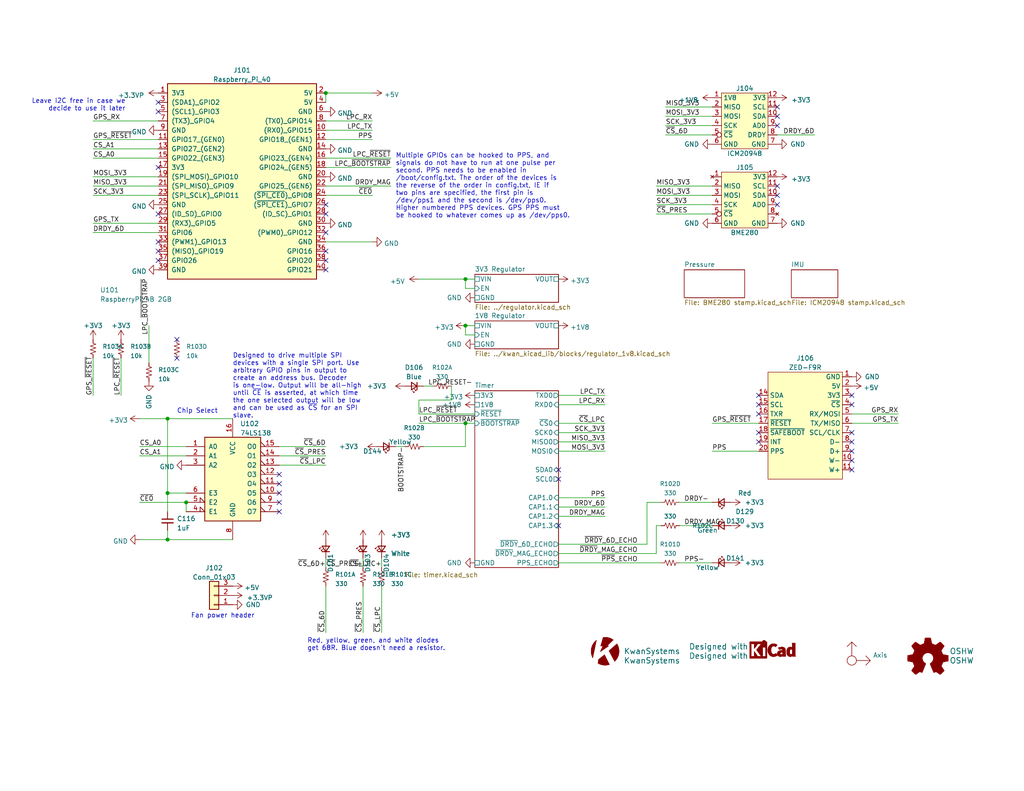
<source format=kicad_sch>
(kicad_sch (version 20230121) (generator eeschema)
  (paper "USLetter")
  (title_block (title "Shipometer") (date "2023-03-24") (company "Kwan Systems"))
  (lib_symbols
    (symbol "+3V3_1" (power) (pin_names (offset 0))
      (property "Value" "+3V3_1" (at 0 3.556 0))
      (symbol "+3V3_1_1_1"
        (pin power_in line (at 0 0 90) (length 0) hide (name "+3V3") (number "1"))
      )
    )
    (symbol "74xx:74LS138" (pin_names (offset 1.016))
      (property "Reference" "U" (at -7.62 11.43 0))
      (property "Value" "74LS138" (at -7.62 -13.97 0))
      (symbol "74LS138_1_0"
        (pin input line (at -12.7 7.62 0) (length 5.08) (name "A0") (number "1"))
        (pin output output_low (at 12.7 -5.08 180) (length 5.08) (name "O5") (number "10"))
        (pin output output_low (at 12.7 -2.54 180) (length 5.08) (name "O4") (number "11"))
        (pin output output_low (at 12.7 0 180) (length 5.08) (name "O3") (number "12"))
        (pin output output_low (at 12.7 2.54 180) (length 5.08) (name "O2") (number "13"))
        (pin output output_low (at 12.7 5.08 180) (length 5.08) (name "O1") (number "14"))
        (pin output output_low (at 12.7 7.62 180) (length 5.08) (name "O0") (number "15"))
        (pin power_in line (at 0 15.24 270) (length 5.08) (name "VCC") (number "16"))
        (pin input line (at -12.7 5.08 0) (length 5.08) (name "A1") (number "2"))
        (pin input line (at -12.7 2.54 0) (length 5.08) (name "A2") (number "3"))
        (pin input input_low (at -12.7 -10.16 0) (length 5.08) (name "E1") (number "4"))
        (pin input input_low (at -12.7 -7.62 0) (length 5.08) (name "E2") (number "5"))
        (pin input line (at -12.7 -5.08 0) (length 5.08) (name "E3") (number "6"))
        (pin output output_low (at 12.7 -10.16 180) (length 5.08) (name "O7") (number "7"))
        (pin power_in line (at 0 -17.78 90) (length 5.08) (name "GND") (number "8"))
        (pin output output_low (at 12.7 -7.62 180) (length 5.08) (name "O6") (number "9"))
      )
    )
    (symbol "Connector_Generic:Conn_01x03" (pin_names (offset 1.016) hide)
      (property "Reference" "J" (at 0 5.08 0))
      (property "Value" "Conn_01x03" (at 0 -5.08 0))
      (symbol "Conn_01x03_1_1"
        (pin passive line (at -5.08 2.54 0) (length 3.81) (name "Pin_1") (number "1"))
        (pin passive line (at -5.08 0 0) (length 3.81) (name "Pin_2") (number "2"))
        (pin passive line (at -5.08 -2.54 0) (length 3.81) (name "Pin_3") (number "3"))
      )
    )
    (symbol "Device:C_Small" (pin_numbers hide) (pin_names (offset 0.254) hide)
      (property "Reference" "C" (at 0.254 1.778 0))
      (property "Value" "C_Small" (at 0.254 -2.032 0))
      (symbol "C_Small_1_1"
        (pin passive line (at 0 2.54 270) (length 2.032) (name "~") (number "1"))
        (pin passive line (at 0 -2.54 90) (length 2.032) (name "~") (number "2"))
      )
    )
    (symbol "Device:LED_Small" (pin_numbers hide) (pin_names (offset 0.254) hide)
      (property "Reference" "D" (at -1.27 3.175 0))
      (property "Value" "LED_Small" (at -4.445 -2.54 0))
      (symbol "LED_Small_1_1"
        (pin passive line (at -2.54 0 0) (length 1.778) (name "K") (number "1"))
        (pin passive line (at 2.54 0 180) (length 1.778) (name "A") (number "2"))
      )
    )
    (symbol "KwanSystems:Axis" (in_bom no)
      (property "Value" "Axis" (at 0 -2.54 0))
    )
    (symbol "KwanSystems:DesignedWithKicad" (pin_names (offset 1.016)) (in_bom no)
      (property "Value" "DesignedWithKicad" (at 3.81 -2.54 0))
    )
    (symbol "KwanSystems:KwanSystems" (pin_names (offset 1.016)) (in_bom no)
      (property "Value" "KwanSystems" (at 0 -5.08 0))
    )
    (symbol "KwanSystems:OSHW" (pin_names (offset 1.016)) (in_bom no)
      (property "Value" "OSHW" (at 10.16 1.27 0))
    )
    (symbol "KwanSystems:RP4" (pin_numbers hide) (pin_names (offset 0) hide)
      (property "Reference" "R" (at -1.27 1.27 0))
      (property "Value" "RP4" (at -1.27 -2.54 0))
      (symbol "RP4_1_1"
        (pin passive line (at -2.54 0 0) (length 0.9906) (name "4") (number "1"))
        (pin passive line (at 2.54 0 180) (length 0.9906) (name "5") (number "8"))
      )
      (symbol "RP4_2_1"
        (pin passive line (at -2.54 0 0) (length 0.9906) (name "4") (number "2"))
        (pin passive line (at 2.54 0 180) (length 0.9906) (name "5") (number "7"))
      )
      (symbol "RP4_3_1"
        (pin passive line (at -2.54 0 0) (length 0.9906) (name "4") (number "3"))
        (pin passive line (at 2.54 0 180) (length 0.9906) (name "5") (number "6"))
      )
      (symbol "RP4_4_1"
        (pin passive line (at -2.54 0 0) (length 0.9906) (name "4") (number "4"))
        (pin passive line (at 2.54 0 180) (length 0.9906) (name "5") (number "5"))
      )
    )
    (symbol "KwanSystems:Raspberry_Pi_40" (pin_names (offset 1.016))
      (property "Reference" "J" (at 25.4 -27.94 0))
      (property "Value" "Raspberry_Pi_40" (at -12.7 33.02 0))
      (symbol "Raspberry_Pi_40_1_1"
        (pin power_out line (at -22.86 27.94 0) (length 2.54) (name "3V3") (number "1"))
        (pin bidirectional line (at 22.86 17.78 180) (length 2.54) (name "(RX0)_GPIO15") (number "10"))
        (pin bidirectional line (at -22.86 15.24 0) (length 2.54) (name "GPIO17_(GEN0)") (number "11"))
        (pin bidirectional line (at 22.86 15.24 180) (length 2.54) (name "GPIO18_(GEN1)") (number "12"))
        (pin bidirectional line (at -22.86 12.7 0) (length 2.54) (name "GPIO27_(GEN2)") (number "13"))
        (pin passive line (at 22.86 12.7 180) (length 2.54) (name "GND") (number "14"))
        (pin bidirectional line (at -22.86 10.16 0) (length 2.54) (name "GPIO22_(GEN3)") (number "15"))
        (pin bidirectional line (at 22.86 10.16 180) (length 2.54) (name "GPIO23_(GEN4)") (number "16"))
        (pin power_out line (at -22.86 7.62 0) (length 2.54) (name "3V3") (number "17"))
        (pin bidirectional line (at 22.86 7.62 180) (length 2.54) (name "GPIO24_(GEN5)") (number "18"))
        (pin bidirectional line (at -22.86 5.08 0) (length 2.54) (name "(SPI_MOSI)_GPIO10") (number "19"))
        (pin passive line (at 22.86 27.94 180) (length 2.54) (name "5V") (number "2"))
        (pin passive line (at 22.86 5.08 180) (length 2.54) (name "GND") (number "20"))
        (pin bidirectional line (at -22.86 2.54 0) (length 2.54) (name "(SPI_MISO)_GPIO9") (number "21"))
        (pin bidirectional line (at 22.86 2.54 180) (length 2.54) (name "GPIO25_(GEN6)") (number "22"))
        (pin bidirectional line (at -22.86 0 0) (length 2.54) (name "(SPI_SCLK)_GPIO11") (number "23"))
        (pin bidirectional line (at 22.86 0 180) (length 2.54) (name "(~{SPI_CE0})_GPIO8") (number "24"))
        (pin passive line (at -22.86 -2.54 0) (length 2.54) (name "GND") (number "25"))
        (pin bidirectional line (at 22.86 -2.54 180) (length 2.54) (name "(~{SPI_CE1})_GPIO7") (number "26"))
        (pin bidirectional line (at -22.86 -5.08 0) (length 2.54) (name "(ID_SD)_GPIO0") (number "27"))
        (pin bidirectional line (at 22.86 -5.08 180) (length 2.54) (name "(ID_SC)_GPIO1") (number "28"))
        (pin bidirectional line (at -22.86 -7.62 0) (length 2.54) (name "(RX3)_GPIO5") (number "29"))
        (pin bidirectional line (at -22.86 25.4 0) (length 2.54) (name "(SDA1)_GPIO2") (number "3"))
        (pin passive line (at 22.86 -7.62 180) (length 2.54) (name "GND") (number "30"))
        (pin bidirectional line (at -22.86 -10.16 0) (length 2.54) (name "GPIO6") (number "31"))
        (pin bidirectional line (at 22.86 -10.16 180) (length 2.54) (name "(PWM0)_GPIO12") (number "32"))
        (pin bidirectional line (at -22.86 -12.7 0) (length 2.54) (name "(PWM1)_GPIO13") (number "33"))
        (pin passive line (at 22.86 -12.7 180) (length 2.54) (name "GND") (number "34"))
        (pin bidirectional line (at -22.86 -15.24 0) (length 2.54) (name "(MISO)_GPIO19") (number "35"))
        (pin bidirectional line (at 22.86 -15.24 180) (length 2.54) (name "GPIO16") (number "36"))
        (pin bidirectional line (at -22.86 -17.78 0) (length 2.54) (name "GPIO26") (number "37"))
        (pin bidirectional line (at 22.86 -17.78 180) (length 2.54) (name "GPIO20") (number "38"))
        (pin passive line (at -22.86 -20.32 0) (length 2.54) (name "GND") (number "39"))
        (pin passive line (at 22.86 25.4 180) (length 2.54) (name "5V") (number "4"))
        (pin bidirectional line (at 22.86 -20.32 180) (length 2.54) (name "GPIO21") (number "40"))
        (pin bidirectional line (at -22.86 22.86 0) (length 2.54) (name "(SCL1)_GPIO3") (number "5"))
        (pin passive line (at 22.86 22.86 180) (length 2.54) (name "GND") (number "6"))
        (pin bidirectional line (at -22.86 20.32 0) (length 2.54) (name "(TX3)_GPIO4") (number "7"))
        (pin bidirectional line (at 22.86 20.32 180) (length 2.54) (name "(TX0)_GPIO14") (number "8"))
        (pin passive line (at -22.86 17.78 0) (length 2.54) (name "GND") (number "9"))
      )
    )
    (symbol "KwanSystems:RaspberyPi_2+_Backplane" (pin_names (offset 1.016))
      (property "Reference" "J" (at 0 -2.54 0))
      (property "Value" "RaspberyPi_2+_Backplane" (at 0 0 0))
    )
    (symbol "KwanSystems:STAMP"
      (property "Reference" "J105" (at 0 8.89 0))
      (property "Value" "BME280" (at 0 -8.89 0))
      (symbol "STAMP_1_1"
        (pin no_connect line (at -8.89 6.35 0) (length 2.54) (name "") (number "1"))
        (pin open_collector line (at 8.89 1.27 180) (length 2.54) (name "SDA") (number "10"))
        (pin input line (at 8.89 3.81 180) (length 2.54) (name "SCL") (number "11"))
        (pin power_in line (at 8.89 6.35 180) (length 2.54) (name "3V3") (number "12"))
        (pin tri_state line (at -8.89 3.81 0) (length 2.54) (name "MISO") (number "2"))
        (pin input line (at -8.89 1.27 0) (length 2.54) (name "MOSI") (number "3"))
        (pin input line (at -8.89 -1.27 0) (length 2.54) (name "SCK") (number "4"))
        (pin input inverted (at -8.89 -3.81 0) (length 2.54) (name "~{CS}") (number "5"))
        (pin power_in line (at -8.89 -6.35 0) (length 2.54) (name "GND") (number "6"))
        (pin power_in line (at 8.89 -6.35 180) (length 2.54) (name "GND") (number "7"))
        (pin no_connect line (at 8.89 -3.81 180) (length 2.54) (name "") (number "8"))
        (pin input line (at 8.89 -1.27 180) (length 2.54) (name "AD0") (number "9"))
      )
    )
    (symbol "STAMP_1"
      (property "Reference" "J104" (at 0 8.89 0))
      (property "Value" "ICM20948" (at 0 -8.89 0))
      (symbol "STAMP_1_1_1"
        (pin power_in line (at -8.89 6.35 0) (length 2.54) (name "1V8") (number "1"))
        (pin open_collector line (at 8.89 1.27 180) (length 2.54) (name "SDA") (number "10"))
        (pin input line (at 8.89 3.81 180) (length 2.54) (name "SCL") (number "11"))
        (pin power_in line (at 8.89 6.35 180) (length 2.54) (name "3V3") (number "12"))
        (pin tri_state line (at -8.89 3.81 0) (length 2.54) (name "MISO") (number "2"))
        (pin input line (at -8.89 1.27 0) (length 2.54) (name "MOSI") (number "3"))
        (pin input line (at -8.89 -1.27 0) (length 2.54) (name "SCK") (number "4"))
        (pin input inverted (at -8.89 -3.81 0) (length 2.54) (name "~{CS}") (number "5"))
        (pin power_in line (at -8.89 -6.35 0) (length 2.54) (name "GND") (number "6"))
        (pin power_in line (at 8.89 -6.35 180) (length 2.54) (name "GND") (number "7"))
        (pin output line (at 8.89 -3.81 180) (length 2.54) (name "DRDY") (number "8"))
        (pin input line (at 8.89 -1.27 180) (length 2.54) (name "AD0") (number "9"))
      )
    )
    (symbol "Sparkfun_Breakout:ZED-F9R"
      (property "Reference" "U" (at 10.16 -16.51 0))
      (symbol "ZED-F9R_1_1"
        (pin power_in line (at 12.7 12.7 180) (length 2.54) (name "GND") (number "1"))
        (pin input line (at 12.7 -10.16 180) (length 2.54) (name "W-") (number "10"))
        (pin input line (at 12.7 -12.7 180) (length 2.54) (name "W+") (number "11"))
        (pin power_in line (at 12.7 12.7 180) (length 2.54) hide (name "GND") (number "12"))
        (pin power_in line (at 12.7 7.62 180) (length 2.54) hide (name "3V3") (number "13"))
        (pin bidirectional line (at -12.7 7.62 0) (length 2.54) (name "SDA") (number "14"))
        (pin input line (at -12.7 5.08 0) (length 2.54) (name "SCL") (number "15"))
        (pin output line (at -12.7 2.54 0) (length 2.54) (name "TXR") (number "16"))
        (pin input line (at -12.7 0 0) (length 2.54) (name "~{RESET}") (number "17"))
        (pin input line (at -12.7 -2.54 0) (length 2.54) (name "~{SAFEBOOT}") (number "18"))
        (pin input line (at -12.7 -5.08 0) (length 2.54) (name "INT") (number "19"))
        (pin power_in line (at 12.7 10.16 180) (length 2.54) (name "5V") (number "2"))
        (pin output line (at -12.7 -7.62 0) (length 2.54) (name "PPS") (number "20"))
        (pin power_in line (at 12.7 7.62 180) (length 2.54) (name "3V3") (number "3"))
        (pin input line (at 12.7 5.08 180) (length 2.54) (name "~{CS}") (number "4"))
        (pin input line (at 12.7 2.54 180) (length 2.54) (name "RX/MOSI") (number "5"))
        (pin output line (at 12.7 0 180) (length 2.54) (name "TX/MISO") (number "6"))
        (pin input line (at 12.7 -2.54 180) (length 2.54) (name "SCL/CLK") (number "7"))
        (pin input line (at 12.7 -5.08 180) (length 2.54) (name "D-") (number "8"))
        (pin input line (at 12.7 -7.62 180) (length 2.54) (name "D+") (number "9"))
      )
    )
    (symbol "power:+1V8" (power) (pin_names (offset 0))
      (property "Value" "+1V8" (at 0 3.556 0))
      (symbol "+1V8_1_1"
        (pin power_in line (at 0 0 90) (length 0) hide (name "+1V8") (number "1"))
      )
    )
    (symbol "power:+3.3VP" (power) (pin_names (offset 0))
      (property "Value" "+3.3VP" (at 0 2.54 0))
      (symbol "+3.3VP_0_0"
        (pin power_in line (at 0 0 90) (length 0) hide (name "+3.3VP") (number "1"))
      )
    )
    (symbol "power:+3V3" (power) (pin_names (offset 0))
      (property "Value" "+3V3" (at 0 3.556 0))
      (symbol "+3V3_1_1"
        (pin power_in line (at 0 0 90) (length 0) hide (name "+3V3") (number "1"))
      )
    )
    (symbol "power:+5V" (power) (pin_names (offset 0))
      (property "Value" "+5V" (at 0 3.556 0))
      (symbol "+5V_1_1"
        (pin power_in line (at 0 0 90) (length 0) hide (name "+5V") (number "1"))
      )
    )
    (symbol "power:GND" (power) (pin_names (offset 0))
      (property "Value" "GND" (at 0 -3.81 0))
      (symbol "GND_1_1"
        (pin power_in line (at 0 0 270) (length 0) hide (name "GND") (number "1"))
      )
    )
  )
  (junction (at 45.72 147.32))
  (junction (at 127 76.2))
  (junction (at 127 88.9))
  (junction (at 88.9 25.4))
  (junction (at 50.8 137.16))
  (junction (at 45.72 134.62))
  (junction (at 127 115.57))
  (junction (at 45.72 114.3))
  (no_connect (at 88.9 55.88))
  (no_connect (at 88.9 58.42))
  (no_connect (at 88.9 68.58))
  (no_connect (at 88.9 71.12))
  (no_connect (at 88.9 73.66))
  (no_connect (at 43.18 45.72))
  (no_connect (at 232.41 110.49))
  (no_connect (at 48.26 92.71))
  (no_connect (at 43.18 66.04))
  (no_connect (at 212.09 31.75))
  (no_connect (at 76.2 132.08))
  (no_connect (at 76.2 134.62))
  (no_connect (at 76.2 137.16))
  (no_connect (at 76.2 139.7))
  (no_connect (at 232.41 120.65))
  (no_connect (at 212.09 50.8))
  (no_connect (at 212.09 55.88))
  (no_connect (at 212.09 53.34))
  (no_connect (at 212.09 34.29))
  (no_connect (at 232.41 118.11))
  (no_connect (at 207.01 110.49))
  (no_connect (at 88.9 63.5))
  (no_connect (at 207.01 113.03))
  (no_connect (at 43.18 27.94))
  (no_connect (at 48.26 97.79))
  (no_connect (at 43.18 58.42))
  (no_connect (at 43.18 68.58))
  (no_connect (at 43.18 71.12))
  (no_connect (at 76.2 129.54))
  (no_connect (at 232.41 123.19))
  (no_connect (at 207.01 107.95))
  (no_connect (at 207.01 118.11))
  (no_connect (at 212.09 29.21))
  (no_connect (at 152.4 128.27))
  (no_connect (at 152.4 130.81))
  (no_connect (at 43.18 30.48))
  (no_connect (at 232.41 107.95))
  (no_connect (at 207.01 120.65))
  (no_connect (at 152.4 143.51))
  (no_connect (at 232.41 125.73))
  (no_connect (at 232.41 128.27))
  (wire (pts (xy 104.14 152.4) (xy 104.14 154.94)))
  (wire (pts (xy 38.1 124.46) (xy 50.8 124.46)))
  (wire (pts (xy 181.61 31.75) (xy 194.31 31.75)))
  (wire (pts (xy 232.41 113.03) (xy 245.11 113.03)))
  (wire (pts (xy 25.4 53.34) (xy 43.18 53.34)))
  (wire (pts (xy 99.06 152.4) (xy 99.06 154.94)))
  (wire (pts (xy 152.4 110.49) (xy 165.1 110.49)))
  (wire (pts (xy 185.42 137.16) (xy 194.31 137.16)))
  (wire (pts (xy 38.1 147.32) (xy 45.72 147.32)))
  (wire (pts (xy 152.4 151.13) (xy 179.07 151.13)))
  (wire (pts (xy 185.42 153.67) (xy 194.31 153.67)))
  (wire (pts (xy 88.9 53.34) (xy 101.6 53.34)))
  (wire (pts (xy 88.9 25.4) (xy 88.9 27.94)))
  (wire (pts (xy 115.57 121.92) (xy 127 121.92)))
  (wire (pts (xy 88.9 45.72) (xy 106.68 45.72)))
  (wire (pts (xy 45.72 134.62) (xy 45.72 139.7)))
  (wire (pts (xy 176.53 148.59) (xy 176.53 137.16)))
  (wire (pts (xy 123.19 105.41) (xy 123.19 109.22)))
  (wire (pts (xy 88.9 66.04) (xy 101.6 66.04)))
  (wire (pts (xy 179.07 58.42) (xy 194.31 58.42)))
  (wire (pts (xy 232.41 115.57) (xy 245.11 115.57)))
  (wire (pts (xy 50.8 137.16) (xy 50.8 139.7)))
  (wire (pts (xy 212.09 36.83) (xy 222.25 36.83)))
  (wire (pts (xy 127 88.9) (xy 129.54 88.9)))
  (wire (pts (xy 88.9 43.18) (xy 106.68 43.18)))
  (wire (pts (xy 181.61 34.29) (xy 194.31 34.29)))
  (wire (pts (xy 88.9 33.02) (xy 101.6 33.02)))
  (wire (pts (xy 99.06 160.02) (xy 99.06 172.72)))
  (wire (pts (xy 152.4 138.43) (xy 165.1 138.43)))
  (wire (pts (xy 179.07 53.34) (xy 194.31 53.34)))
  (wire (pts (xy 127 78.74) (xy 129.54 78.74)))
  (wire (pts (xy 25.4 63.5) (xy 43.18 63.5)))
  (wire (pts (xy 152.4 120.65) (xy 165.1 120.65)))
  (wire (pts (xy 194.31 115.57) (xy 207.01 115.57)))
  (wire (pts (xy 127 76.2) (xy 129.54 76.2)))
  (wire (pts (xy 38.1 137.16) (xy 50.8 137.16)))
  (wire (pts (xy 38.1 114.3) (xy 45.72 114.3)))
  (wire (pts (xy 45.72 134.62) (xy 50.8 134.62)))
  (wire (pts (xy 181.61 29.21) (xy 194.31 29.21)))
  (wire (pts (xy 152.4 135.89) (xy 165.1 135.89)))
  (wire (pts (xy 45.72 114.3) (xy 63.5 114.3)))
  (wire (pts (xy 127 121.92) (xy 127 115.57)))
  (wire (pts (xy 25.4 38.1) (xy 43.18 38.1)))
  (wire (pts (xy 25.4 33.02) (xy 43.18 33.02)))
  (wire (pts (xy 107.95 121.92) (xy 110.49 121.92)))
  (wire (pts (xy 114.3 109.22) (xy 123.19 109.22)))
  (wire (pts (xy 45.72 144.78) (xy 45.72 147.32)))
  (wire (pts (xy 45.72 114.3) (xy 45.72 134.62)))
  (wire (pts (xy 25.4 60.96) (xy 43.18 60.96)))
  (wire (pts (xy 25.4 43.18) (xy 43.18 43.18)))
  (wire (pts (xy 179.07 143.51) (xy 180.34 143.51)))
  (wire (pts (xy 88.9 35.56) (xy 101.6 35.56)))
  (wire (pts (xy 152.4 153.67) (xy 180.34 153.67)))
  (wire (pts (xy 127 88.9) (xy 127 91.44)))
  (wire (pts (xy 152.4 115.57) (xy 165.1 115.57)))
  (wire (pts (xy 88.9 152.4) (xy 88.9 154.94)))
  (wire (pts (xy 114.3 113.03) (xy 129.54 113.03)))
  (wire (pts (xy 152.4 148.59) (xy 176.53 148.59)))
  (wire (pts (xy 152.4 107.95) (xy 165.1 107.95)))
  (wire (pts (xy 185.42 143.51) (xy 194.31 143.51)))
  (wire (pts (xy 88.9 160.02) (xy 88.9 172.72)))
  (wire (pts (xy 194.31 123.19) (xy 207.01 123.19)))
  (wire (pts (xy 76.2 127) (xy 88.9 127)))
  (wire (pts (xy 152.4 118.11) (xy 165.1 118.11)))
  (wire (pts (xy 33.02 97.79) (xy 33.02 107.95)))
  (wire (pts (xy 114.3 115.57) (xy 127 115.57)))
  (wire (pts (xy 76.2 124.46) (xy 88.9 124.46)))
  (wire (pts (xy 114.3 109.22) (xy 114.3 113.03)))
  (wire (pts (xy 127 115.57) (xy 129.54 115.57)))
  (wire (pts (xy 25.4 97.79) (xy 25.4 107.95)))
  (wire (pts (xy 25.4 40.64) (xy 43.18 40.64)))
  (wire (pts (xy 181.61 36.83) (xy 194.31 36.83)))
  (wire (pts (xy 179.07 55.88) (xy 194.31 55.88)))
  (wire (pts (xy 114.3 76.2) (xy 127 76.2)))
  (wire (pts (xy 88.9 50.8) (xy 106.68 50.8)))
  (wire (pts (xy 179.07 151.13) (xy 179.07 143.51)))
  (wire (pts (xy 25.4 50.8) (xy 43.18 50.8)))
  (wire (pts (xy 176.53 137.16) (xy 180.34 137.16)))
  (wire (pts (xy 152.4 123.19) (xy 165.1 123.19)))
  (wire (pts (xy 127 76.2) (xy 127 78.74)))
  (wire (pts (xy 45.72 147.32) (xy 63.5 147.32)))
  (wire (pts (xy 25.4 48.26) (xy 43.18 48.26)))
  (wire (pts (xy 127 91.44) (xy 129.54 91.44)))
  (wire (pts (xy 152.4 140.97) (xy 165.1 140.97)))
  (wire (pts (xy 104.14 160.02) (xy 104.14 172.72)))
  (wire (pts (xy 40.64 88.9) (xy 40.64 99.06)))
  (wire (pts (xy 115.57 105.41) (xy 118.11 105.41)))
  (wire (pts (xy 76.2 121.92) (xy 88.9 121.92)))
  (wire (pts (xy 38.1 121.92) (xy 50.8 121.92)))
  (wire (pts (xy 88.9 25.4) (xy 101.6 25.4)))
  (wire (pts (xy 88.9 38.1) (xy 101.6 38.1)))
  (wire (pts (xy 179.07 50.8) (xy 194.31 50.8)))
  (text "Chip Select" (at 48.26 113.03 0) (effects (font (size 1.27 1.27)) (justify left bottom)))
  (text "Designed to drive multiple SPI\ndevices with a single SPI port. Use\narbitrary GPIO pins in output to\ncreate an address bus. Decoder\nis one-low. Output will be all-high\nuntil ~{CE} is asserted, at which time\nthe one selected output will be low\nand can be used as ~{CS} for an SPI\nslave." (at 63.5 114.3 0) (effects (font (size 1.27 1.27)) (justify left bottom)))
  (text "Fan power header" (at 52.07 168.91 0) (effects (font (size 1.27 1.27)) (justify left bottom)))
  (text "Multiple GPIOs can be hooked to PPS, and\nsignals do not have to run at one pulse per\nsecond. PPS needs to be enabled in\n/boot/config.txt. The order of the devices is\nthe reverse of the order in config.txt, IE if\ntwo pins are specified, the first pin is\n/dev/pps1 and the second is /dev/pps0.\nHigher numbered PPS devices. GPS PPS must\nbe hooked to whatever comes up as /dev/pps0." (at 107.95 59.69 0) (effects (font (size 1.27 1.27)) (justify left bottom)))
  (text "Leave I2C free in case we\ndecide to use it later" (at 34.29 30.48 0) (effects (font (size 1.27 1.27)) (justify right bottom)))
  (text "Red, yellow, green, and white diodes\nget 68R. Blue doesn't need a resistor." (at 83.82 177.8 0) (effects (font (size 1.27 1.27)) (justify left bottom)))
  (label "DRDY_6D" (at 222.25 36.83 180))
  (label "~{CE0}" (at 38.1 137.16 0))
  (label "LPC_~{BOOTSTRAP}" (at 114.3 115.57 0))
  (label "~{CS}_6D+" (at 88.9 154.94 180))
  (label "DRDY_MAG-" (at 186.69 143.51 0))
  (label "GPS_TX" (at 25.4 60.96 0))
  (label "GPS_~{RESET}" (at 194.31 115.57 0))
  (label "MOSI_3V3" (at 25.4 48.26 0))
  (label "~{CS}_PRES" (at 179.07 58.42 0))
  (label "CS_A1" (at 38.1 124.46 0))
  (label "~{CS}_6D" (at 88.9 172.72 90))
  (label "~{CS}_PRES" (at 99.06 172.72 90))
  (label "DRDY-" (at 186.69 137.16 0))
  (label "LPC_~{RESET}" (at 106.68 43.18 180))
  (label "MISO_3V3" (at 181.61 29.21 0))
  (label "PPS" (at 165.1 135.89 180))
  (label "DRDY_6D" (at 25.4 63.5 0))
  (label "~{CS}_LPC" (at 165.1 115.57 180))
  (label "~{PPS}_ECHO" (at 173.99 153.67 180))
  (label "GPS_~{RESET}" (at 25.4 107.95 90))
  (label "DRDY_MAG" (at 165.1 140.97 180))
  (label "LPC_RX" (at 165.1 110.49 180))
  (label "LPC_~{BOOTSTRAP}" (at 40.64 91.44 90))
  (label "SCK_3V3" (at 165.1 118.11 180))
  (label "LPC_RESET-" (at 116.84 105.41 0))
  (label "SCK_3V3" (at 179.07 55.88 0))
  (label "~{CS}_PRES" (at 88.9 124.46 180))
  (label "GPS_~{RESET}" (at 25.4 38.1 0))
  (label "MOSI_3V3" (at 165.1 123.19 180))
  (label "CS_A0" (at 38.1 121.92 0))
  (label "PPS" (at 194.31 123.19 0))
  (label "LPC_~{RESET}" (at 114.3 113.03 0))
  (label "LPC_~{BOOTSTRAP}" (at 106.68 45.72 180))
  (label "MOSI_3V3" (at 181.61 31.75 0))
  (label "PPS" (at 101.6 38.1 180))
  (label "MISO_3V3" (at 165.1 120.65 180))
  (label "GPS_TX" (at 245.11 115.57 180))
  (label "DRDY_6D" (at 165.1 138.43 180))
  (label "MOSI_3V3" (at 179.07 53.34 0))
  (label "LPC_TX" (at 101.6 35.56 180))
  (label "~{CS}_LPC" (at 88.9 127 180))
  (label "~{CS}_LPC+" (at 104.14 154.94 180))
  (label "~{CS}_LPC" (at 104.14 172.72 90))
  (label "GPS_RX" (at 25.4 33.02 0))
  (label "MISO_3V3" (at 179.07 50.8 0))
  (label "~{DRDY}_6D_ECHO" (at 173.99 148.59 180))
  (label "PPS-" (at 186.69 153.67 0))
  (label "~{CS}_6D" (at 88.9 121.92 180))
  (label "DRDY_MAG" (at 106.68 50.8 180))
  (label "CS_A1" (at 25.4 40.64 0))
  (label "MISO_3V3" (at 25.4 50.8 0))
  (label "~{CE0}" (at 101.6 53.34 180))
  (label "CS_A0" (at 25.4 43.18 0))
  (label "LPC_TX" (at 165.1 107.95 180))
  (label "SCK_3V3" (at 181.61 34.29 0))
  (label "~{CS}_6D" (at 181.61 36.83 0))
  (label "GPS_RX" (at 245.11 113.03 180))
  (label "~{CS}_PRES+" (at 99.06 154.94 180))
  (label "LPC_RX" (at 101.6 33.02 180))
  (label "BOOTSTRAP-" (at 110.49 121.92 270))
  (label "SCK_3V3" (at 25.4 53.34 0))
  (label "~{DRDY}_MAG_ECHO" (at 173.99 151.13 180))
  (label "LPC_~{RESET}" (at 33.02 107.95 90))
  (symbol (lib_id "power:+3.3VP") (at 43.18 25.4 90) (unit 1)
    (property "Reference" "#PWR03" (effects hide))
    (property "Value" "+3.3VP" (at 39.37 26.035 90) (effects (justify left)))
  )
  (symbol (lib_id "Device:LED_Small") (at 113.03 105.41 180) (unit 1)
    (property "Reference" "D106" (at 112.9665 100.33 0))
    (property "Value" "Blue" (at 112.9665 102.87 0))
    (property "Footprint" "LED_SMD:LED_0603_1608Metric" (effects hide))
    (property "Datasheet" "https://www.kingbrightusa.com/images/catalog/SPEC/APT1608VBC-D.pdf" (effects hide))
    (property "Digikey" "754-1789-1-ND" (effects hide))
    (property "Purpose" "Timer reset indicator" (effects hide))
    (property "Number on hand" "8" (effects hide))
    (property "Mouser" "604-APT1608VBC/D" (effects hide))
    (property "Part Number" "APT1608VBC/D" (effects hide))
  )
  (symbol (lib_id "power:GND") (at 101.6 66.04 90) (unit 1)
    (property "Reference" "#PWR0106" (effects hide))
    (property "Value" "GND" (at 104.775 66.4738 90) (effects (justify right)))
  )
  (symbol (lib_id "Device:C_Small") (at 45.72 142.24 0) (unit 1)
    (property "Reference" "C116" (at 48.26 141.6113 0) (effects (justify left)))
    (property "Value" "1uF" (at 48.26 144.1513 0) (effects (justify left)))
    (property "Footprint" "Capacitor_SMD:C_0603_1608Metric" (effects hide))
    (property "Datasheet" "https://connect.kemet.com:7667/gateway/IntelliData-ComponentDocumentation/1.0/download/datasheet/C0603C105K4PACTU" (effects hide))
    (property "Digikey" "399-C0603C105K4PAC7411CT-ND" (effects hide))
    (property "Mouser" "80-C0603C105K4PAC" (effects hide))
    (property "Number on hand" "12" (effects hide))
    (property "Part Number" "C0603C105K4PAC" (effects hide))
  )
  (symbol (lib_id "power:+3V3") (at 104.14 147.32 0) (unit 1)
    (property "Reference" "#PWR0125" (effects hide))
    (property "Value" "+3V3" (at 106.68 146.05 0) (effects (justify left)))
  )
  (symbol (lib_id "KwanSystems:DesignedWithKicad") (at 210.82 179.07 0) (unit 1) (in_bom no)
    (property "Reference" "G103" (effects hide))
    (property "Value" "Designed with" (at 187.96 179.07 0) (effects (font (size 1.524 1.524)) (justify left)))
    (property "Footprint" "KwanSystems:Symbol_KiCAD-Logo_CopperAndSilkScreenTop_small" (effects hide))
  )
  (symbol (lib_id "power:+3.3VP") (at 63.5 162.56 270) (unit 1)
    (property "Reference" "#PWR04" (effects hide))
    (property "Value" "+3.3VP" (at 67.31 163.195 90) (effects (justify left)))
  )
  (symbol (lib_id "Device:LED_Small") (at 99.06 149.86 90) (unit 1)
    (property "Reference" "D103" (at 100.33 151.13 0) (effects (justify right)))
    (property "Value" "White" (at 106.68 151.13 90) (effects (justify right)))
    (property "Footprint" "LED_SMD:LED_0603_1608Metric" (effects hide))
    (property "Datasheet" "https://www.vishay.com/docs/82435/vlmw1300.pdf" (effects hide))
    (property "Digikey" "VLMW1300-GS08CT-ND" (effects hide))
    (property "Purpose" "Chip select indicator" (effects hide))
    (property "Number on hand" "3" (effects hide))
    (property "Mouser" "VLMW1300-GS08" (effects hide))
    (property "Part Number" "VLMW1300-GS08" (effects hide))
  )
  (symbol (lib_id "Device:LED_Small") (at 105.41 121.92 180) (unit 1)
    (property "Reference" "D144" (at 101.6 123.19 0))
    (property "Value" "Yellow" (at 109.22 120.65 0))
    (property "Footprint" "LED_SMD:LED_0603_1608Metric" (effects hide))
    (property "Datasheet" "https://www.kingbrightusa.com/images/catalog/SPEC/APT1608SYCK.pdf" (effects hide))
    (property "Digikey" "754-1124-1-ND" (effects hide))
    (property "Purpose" "Bootstrap Echo" (effects hide))
    (property "Number on hand" "8" (effects hide))
    (property "Mouser" "604-APT1608SYCK" (effects hide))
    (property "Part Number" "APT1608SYCK" (effects hide))
  )
  (symbol (lib_id "power:GND") (at 88.9 60.96 90) (unit 1)
    (property "Reference" "#PWR0107" (effects hide))
    (property "Value" "GND" (at 92.075 61.3938 90) (effects (justify right)))
  )
  (symbol (lib_id "KwanSystems:Axis") (at 232.41 180.34 0) (unit 1) (in_bom no)
    (property "Reference" "G101" (effects hide))
    (property "Value" "Axis" (at 238.2012 178.8688 0) (effects (justify left)))
    (property "Footprint" "KwanSystems:Axis" (effects hide))
  )
  (symbol (lib_id "power:GND") (at 212.09 60.96 90) (unit 1)
    (property "Reference" "#PWR0132" (effects hide))
    (property "Value" "GND" (at 219.71 60.96 90) (effects (justify left)))
  )
  (symbol (lib_id "KwanSystems:RP4") (at 182.88 153.67 0) (unit 4)
    (property "Reference" "R101" (at 182.88 148.59 0) (effects (font (size 1.143 1.143))))
    (property "Value" "330" (at 182.88 151.13 0) (effects (font (size 1.143 1.143))))
    (property "Footprint" "KwanSystems:R_Array_Convex_4x0402" (effects hide))
    (property "Mouser" "667-EXB-28V331JX" (effects hide))
    (property "Number in cart" "10" (effects hide))
    (property "Number on hand" "0" (effects hide))
    (property "Digikey" "Y7331CT-ND" (effects hide))
    (property "Part Number" "EXB-28V331JX" (effects hide))
  )
  (symbol (lib_id "power:GND") (at 212.09 39.37 90) (unit 1)
    (property "Reference" "#PWR013" (effects hide))
    (property "Value" "GND" (at 219.71 39.37 90) (effects (justify left)))
  )
  (symbol (lib_id "power:+5V") (at 114.3 76.2 90) (unit 1)
    (property "Reference" "#PWR015" (effects hide))
    (property "Value" "+5V" (at 110.49 76.835 90) (effects (justify left)))
  )
  (symbol (lib_id "power:+3V3") (at 127 88.9 90) (unit 1)
    (property "Reference" "#PWR0135" (effects hide))
    (property "Value" "+3V3" (at 123.825 89.3338 90) (effects (justify left)))
  )
  (symbol (lib_id "power:GND") (at 88.9 48.26 90) (unit 1)
    (property "Reference" "#PWR0108" (effects hide))
    (property "Value" "GND" (at 92.075 48.6938 90) (effects (justify right)))
  )
  (symbol (lib_id "power:GND") (at 129.54 81.28 270) (unit 1)
    (property "Reference" "#PWR0119" (effects hide))
    (property "Value" "GND" (at 121.92 81.28 90) (effects (justify left)))
  )
  (symbol (lib_id "power:GND") (at 40.64 104.14 0) (unit 1)
    (property "Reference" "#PWR018" (effects hide))
    (property "Value" "GND" (at 40.64 111.76 90) (effects (justify left)))
  )
  (symbol (lib_id "power:+3V3") (at 199.39 137.16 270) (unit 1)
    (property "Reference" "#PWR06" (effects hide))
    (property "Value" "+3V3" (at 203.2 137.16 90) (effects (justify left)))
  )
  (symbol (lib_name "+3V3_1") (lib_id "power:+3V3") (at 25.4 92.71 0) (unit 1)
    (property "Reference" "#PWR016" (effects hide))
    (property "Value" "+3V3" (at 25.4 88.9 0))
  )
  (symbol (lib_id "power:+1V8") (at 152.4 88.9 270) (unit 1)
    (property "Reference" "#PWR0133" (effects hide))
    (property "Value" "+1V8" (at 155.575 89.3338 90) (effects (justify left)))
  )
  (symbol (lib_id "power:+3V3") (at 199.39 143.51 270) (unit 1)
    (property "Reference" "#PWR07" (effects hide))
    (property "Value" "+3V3" (at 203.2 143.51 90) (effects (justify left)))
  )
  (symbol (lib_id "power:+3V3") (at 129.54 107.95 90) (unit 1)
    (property "Reference" "#PWR0112" (effects hide))
    (property "Value" "+3V3" (at 126.365 108.3838 90) (effects (justify left)))
  )
  (symbol (lib_id "power:GND") (at 38.1 147.32 270) (unit 1)
    (property "Reference" "#PWR0121" (effects hide))
    (property "Value" "GND" (at 34.9251 147.7538 90) (effects (justify right)))
  )
  (symbol (lib_id "KwanSystems:KwanSystems") (at 165.1 177.8 0) (unit 1) (in_bom no)
    (property "Reference" "G105" (effects hide))
    (property "Value" "KwanSystems" (at 170.18 177.8 0) (effects (font (size 1.524 1.524)) (justify left)))
    (property "Footprint" "KwanSystems:StKwansSoldermask" (effects hide))
  )
  (symbol (lib_name "STAMP_1") (lib_id "KwanSystems:STAMP") (at 203.2 33.02 0) (unit 1)
    (property "Reference" "J104" (at 203.2 24.13 0))
    (property "Value" "ICM20948" (at 203.2 41.91 0))
    (property "Footprint" "KwanSystems:StampPad" (effects hide))
  )
  (symbol (lib_id "power:GND") (at 129.54 153.67 270) (unit 1)
    (property "Reference" "#PWR0118" (effects hide))
    (property "Value" "GND" (at 121.92 153.67 90) (effects (justify left)))
  )
  (symbol (lib_id "KwanSystems:STAMP") (at 203.2 54.61 0) (unit 1)
    (property "Reference" "J105" (at 203.2 45.72 0))
    (property "Value" "BME280" (at 203.2 63.5 0))
    (property "Footprint" "KwanSystems:StampPad" (effects hide))
  )
  (symbol (lib_id "power:GND") (at 194.31 60.96 270) (unit 1)
    (property "Reference" "#PWR09" (effects hide))
    (property "Value" "GND" (at 186.69 60.96 90) (effects (justify left)))
  )
  (symbol (lib_id "power:+3V3") (at 38.1 114.3 90) (unit 1)
    (property "Reference" "#PWR0122" (effects hide))
    (property "Value" "+3V3" (at 34.925 114.7338 90) (effects (justify left)))
  )
  (symbol (lib_id "Device:LED_Small") (at 196.85 137.16 0) (mirror x) (unit 1)
    (property "Reference" "D129" (at 203.2 139.7 0))
    (property "Value" "Red" (at 203.2 134.62 0))
    (property "Footprint" "LED_SMD:LED_0603_1608Metric" (effects hide))
    (property "Datasheet" "https://www.kingbrightusa.com/images/catalog/SPEC/APT1608SURCK.pdf" (effects hide))
    (property "Digikey" "754-1123-1-ND" (effects hide))
    (property "Purpose" "Data ready 6DoF echo" (effects hide))
    (property "Number on hand" "3" (effects hide))
    (property "Mouser" "604-APT1608SURCK" (effects hide))
    (property "Part Number" "APT1608SURCK" (effects hide))
  )
  (symbol (lib_id "power:+3V3") (at 88.9 147.32 0) (unit 1)
    (property "Reference" "#PWR0123" (effects hide))
    (property "Value" "+3V3" (at 106.68 146.05 0) (effects (justify left)))
  )
  (symbol (lib_id "power:GND") (at 43.18 73.66 270) (unit 1)
    (property "Reference" "#PWR0105" (effects hide))
    (property "Value" "GND" (at 40.0051 74.0938 90) (effects (justify right)))
  )
  (symbol (lib_id "KwanSystems:RP4") (at 25.4 95.25 270) (unit 1)
    (property "Reference" "R103" (at 27.94 94.615 90) (effects (font (size 1.143 1.143)) (justify left)))
    (property "Value" "10k" (at 27.94 97.155 90) (effects (font (size 1.143 1.143)) (justify left)))
    (property "Footprint" "KwanSystems:R_Array_Convex_4x0402" (effects hide))
    (property "Digikey" "Y7103CT-ND" (effects hide))
    (property "Mouser" "667-EXB-28V103JX" (effects hide))
    (property "Number in cart" "10" (effects hide))
    (property "Number on hand" "0" (effects hide))
    (property "Part Number" "EXB-28V103JX" (effects hide))
  )
  (symbol (lib_id "KwanSystems:RP4") (at 104.14 157.48 90) (unit 3)
    (property "Reference" "R101" (at 106.68 156.845 90) (effects (font (size 1.143 1.143)) (justify right)))
    (property "Value" "330" (at 106.68 159.385 90) (effects (font (size 1.143 1.143)) (justify right)))
    (property "Footprint" "KwanSystems:R_Array_Convex_4x0402" (effects hide))
    (property "Mouser" "667-EXB-28V331JX" (effects hide))
    (property "Number in cart" "10" (effects hide))
    (property "Number on hand" "0" (effects hide))
    (property "Digikey" "Y7331CT-ND" (effects hide))
    (property "Part Number" "EXB-28V331JX" (effects hide))
  )
  (symbol (lib_id "KwanSystems:RP4") (at 48.26 95.25 90) (unit 4)
    (property "Reference" "R103" (at 50.8 94.615 90) (effects (font (size 1.143 1.143)) (justify right)))
    (property "Value" "10k" (at 50.8 97.155 90) (effects (font (size 1.143 1.143)) (justify right)))
    (property "Footprint" "KwanSystems:R_Array_Convex_4x0402" (effects hide))
    (property "Digikey" "Y7103CT-ND" (effects hide))
    (property "Mouser" "667-EXB-28V103JX" (effects hide))
    (property "Number in cart" "10" (effects hide))
    (property "Number on hand" "0" (effects hide))
    (property "Part Number" "EXB-28V103JX" (effects hide))
  )
  (symbol (lib_id "power:GND") (at 63.5 165.1 90) (unit 1)
    (property "Reference" "#PWR0126" (effects hide))
    (property "Value" "GND" (at 71.12 165.1 90) (effects (justify left)))
  )
  (symbol (lib_id "Device:LED_Small") (at 104.14 149.86 90) (unit 1)
    (property "Reference" "D104" (at 105.41 151.13 0) (effects (justify right)))
    (property "Value" "White" (at 106.68 151.13 90) (effects (justify right)))
    (property "Footprint" "LED_SMD:LED_0603_1608Metric" (effects hide))
    (property "Datasheet" "https://www.vishay.com/docs/82435/vlmw1300.pdf" (effects hide))
    (property "Digikey" "VLMW1300-GS08CT-ND" (effects hide))
    (property "Purpose" "Chip select indicator" (effects hide))
    (property "Number on hand" "3" (effects hide))
    (property "Mouser" "VLMW1300-GS08" (effects hide))
    (property "Part Number" "VLMW1300-GS08" (effects hide))
  )
  (symbol (lib_id "74xx:74LS138") (at 63.5 129.54 0) (unit 1)
    (property "Reference" "U102" (at 65.5194 115.6802 0) (effects (justify left)))
    (property "Value" "74LS138" (at 65.5194 118.2171 0) (effects (justify left)))
    (property "Footprint" "Package_SO:TSSOP-16_4.4x5mm_P0.65mm" (effects hide))
    (property "Datasheet" "http://www.ti.com/lit/gpn/sn74LS138" (effects hide))
    (property "Mouser" "771-74LVC138APW-T" (effects hide))
    (property "Purpose" "SPI Chip Select Decoder" (effects hide))
    (property "Number on hand" "2" (effects hide))
    (property "Digikey" "1727-4026-1-ND" (effects hide))
    (property "Part Number" "74LVC138APW,118" (effects hide))
  )
  (symbol (lib_name "+3V3_1") (lib_id "power:+3V3") (at 33.02 92.71 0) (unit 1)
    (property "Reference" "#PWR017" (effects hide))
    (property "Value" "+3V3" (at 33.02 88.9 0))
  )
  (symbol (lib_id "KwanSystems:DesignedWithKicad") (at 210.82 179.07 0) (unit 1) (in_bom no)
    (property "Reference" "G107" (effects hide))
    (property "Value" "Designed with" (at 187.96 176.53 0) (effects (font (size 1.524 1.524)) (justify left)))
    (property "Footprint" "KwanSystems:Symbol_KiCAD-Logo_CopperAndSilkScreenTop_small" (effects hide))
  )
  (symbol (lib_id "power:+3V3") (at 212.09 48.26 270) (unit 1)
    (property "Reference" "#PWR010" (effects hide))
    (property "Value" "+3V3" (at 215.9 48.895 90) (effects (justify left)))
  )
  (symbol (lib_id "KwanSystems:RP4") (at 88.9 157.48 90) (unit 1)
    (property "Reference" "R101" (at 91.44 156.845 90) (effects (font (size 1.143 1.143)) (justify right)))
    (property "Value" "330" (at 91.44 159.385 90) (effects (font (size 1.143 1.143)) (justify right)))
    (property "Footprint" "KwanSystems:R_Array_Convex_4x0402" (effects hide))
    (property "Mouser" "667-EXB-28V331JX" (effects hide))
    (property "Number in cart" "10" (effects hide))
    (property "Number on hand" "0" (effects hide))
    (property "Digikey" "Y7331CT-ND" (effects hide))
    (property "Part Number" "EXB-28V331JX" (effects hide))
  )
  (symbol (lib_id "power:GND") (at 129.54 93.98 270) (unit 1)
    (property "Reference" "#PWR0136" (effects hide))
    (property "Value" "GND" (at 121.92 93.98 90) (effects (justify left)))
  )
  (symbol (lib_id "Sparkfun_Breakout:ZED-F9R") (at 219.71 115.57 0) (unit 1)
    (property "Reference" "J106" (at 219.71 97.79 0))
    (property "Value" "ZED-F9R" (at 219.71 100.33 0))
    (property "Footprint" "SparkfunBreakout:ZED-F9R" (effects hide))
    (property "Number on hand" "0" (effects hide))
    (property "Mouser" "571-1-215297-1" (effects hide))
    (property "Number in cart" "2" (effects hide))
    (property "Digikey" "A106613-ND" (effects hide))
    (property "Part Number" "1-215297-1" (effects hide))
  )
  (symbol (lib_id "power:+3V3") (at 102.87 121.92 90) (unit 1)
    (property "Reference" "#PWR08" (effects hide))
    (property "Value" "+3V3" (at 97.79 121.92 90) (effects (justify left)))
  )
  (symbol (lib_id "power:GND") (at 194.31 39.37 270) (unit 1)
    (property "Reference" "#PWR0130" (effects hide))
    (property "Value" "GND" (at 186.69 39.37 90) (effects (justify left)))
  )
  (symbol (lib_id "KwanSystems:Raspberry_Pi_40") (at 66.04 53.34 0) (unit 1)
    (property "Reference" "J101" (at 66.04 19.1602 0))
    (property "Value" "Raspberry_Pi_40" (at 66.04 21.6971 0))
    (property "Footprint" "KwanSystems:PiHAT_NoSlot_Narrow" (effects hide))
    (property "Digikey" "952-2150-ND" (effects hide))
    (property "Number in cart" "1" (effects hide))
    (property "Number on hand" "0" (effects hide))
    (property "Mouser" "200-SSW12001TD" (effects hide))
    (property "Part Number" "M20-7832046" (effects hide))
  )
  (symbol (lib_id "KwanSystems:RP4") (at 113.03 121.92 180) (unit 2)
    (property "Reference" "R102" (at 113.03 116.84 0) (effects (font (size 1.143 1.143))))
    (property "Value" "330" (at 113.03 119.38 0) (effects (font (size 1.143 1.143))))
    (property "Footprint" "KwanSystems:R_Array_Convex_4x0402" (effects hide))
    (property "Mouser" "667-EXB-28V331JX" (effects hide))
    (property "Number in cart" "10" (effects hide))
    (property "Number on hand" "0" (effects hide))
    (property "Digikey" "Y7331CT-ND" (effects hide))
    (property "Part Number" "EXB-28V331JX" (effects hide))
  )
  (symbol (lib_id "power:+3V3") (at 152.4 76.2 270) (unit 1)
    (property "Reference" "#PWR0120" (effects hide))
    (property "Value" "+3V3" (at 155.575 76.6338 90) (effects (justify left)))
  )
  (symbol (lib_id "power:+3V3") (at 110.49 105.41 90) (unit 1)
    (property "Reference" "#PWR011" (effects hide))
    (property "Value" "+3V3" (at 105.41 105.41 90) (effects (justify left)))
  )
  (symbol (lib_id "KwanSystems:OSHW") (at 252.73 180.34 0) (unit 1) (in_bom no)
    (property "Reference" "G106" (effects hide))
    (property "Value" "OSHW" (at 259.08 177.8 0) (effects (font (size 1.524 1.524)) (justify left)))
    (property "Footprint" "KwanSystems:OSHW-Symbol_6.7x6mm_SolderMask" (effects hide))
  )
  (symbol (lib_id "power:+3V3") (at 212.09 26.67 270) (unit 1)
    (property "Reference" "#PWR0129" (effects hide))
    (property "Value" "+3V3" (at 215.9 27.305 90) (effects (justify left)))
  )
  (symbol (lib_id "power:+3V3") (at 99.06 147.32 0) (unit 1)
    (property "Reference" "#PWR0131" (effects hide))
    (property "Value" "+3V3" (at 106.68 146.05 0) (effects (justify left)))
  )
  (symbol (lib_id "KwanSystems:RaspberyPi_2+_Backplane") (at 26.67 80.01 0) (unit 1) (on_board no)
    (property "Reference" "U101" (at 27.305 79.1753 0) (effects (justify left)))
    (property "Value" "RaspberryPi 4B 2GB" (at 27.305 81.7122 0) (effects (justify left)))
    (property "Footprint" "KwanSystems:RaspberryPi_2+" (effects hide))
    (property "Digikey" "2648-RASPBERRYPI4B/2GB-ND" (effects hide))
    (property "Purpose" "Raspberry Pi" (effects hide))
    (property "Number on hand" "1" (effects hide))
    (property "Mouser" "358-SC01939" (effects hide))
  )
  (symbol (lib_id "KwanSystems:RP4") (at 40.64 101.6 90) (unit 3)
    (property "Reference" "R103" (at 43.18 100.965 90) (effects (font (size 1.143 1.143)) (justify right)))
    (property "Value" "10k" (at 43.18 103.505 90) (effects (font (size 1.143 1.143)) (justify right)))
    (property "Footprint" "KwanSystems:R_Array_Convex_4x0402" (effects hide))
    (property "Digikey" "Y7103CT-ND" (effects hide))
    (property "Mouser" "667-EXB-28V103JX" (effects hide))
    (property "Number in cart" "10" (effects hide))
    (property "Number on hand" "0" (effects hide))
    (property "Part Number" "EXB-28V103JX" (effects hide))
  )
  (symbol (lib_id "power:GND") (at 88.9 40.64 90) (unit 1)
    (property "Reference" "#PWR0109" (effects hide))
    (property "Value" "GND" (at 92.075 41.0738 90) (effects (justify right)))
  )
  (symbol (lib_id "power:GND") (at 50.8 127 270) (unit 1)
    (property "Reference" "#PWR05" (effects hide))
    (property "Value" "GND" (at 47.6251 127.4338 90) (effects (justify right)))
  )
  (symbol (lib_id "KwanSystems:RP4") (at 182.88 137.16 0) (unit 4)
    (property "Reference" "R102" (at 182.88 132.08 0) (effects (font (size 1.143 1.143))))
    (property "Value" "330" (at 182.88 134.62 0) (effects (font (size 1.143 1.143))))
    (property "Footprint" "KwanSystems:R_Array_Convex_4x0402" (effects hide))
    (property "Mouser" "667-EXB-28V331JX" (effects hide))
    (property "Number in cart" "10" (effects hide))
    (property "Number on hand" "0" (effects hide))
    (property "Digikey" "Y7331CT-ND" (effects hide))
    (property "Part Number" "EXB-28V331JX" (effects hide))
  )
  (symbol (lib_id "power:+5V") (at 101.6 25.4 270) (unit 1)
    (property "Reference" "#PWR0111" (effects hide))
    (property "Value" "+5V" (at 104.775 25.8338 90) (effects (justify left)))
  )
  (symbol (lib_id "power:GND") (at 232.41 102.87 90) (unit 1)
    (property "Reference" "#PWR02" (effects hide))
    (property "Value" "GND" (at 240.03 102.87 90) (effects (justify left)))
  )
  (symbol (lib_id "Device:LED_Small") (at 196.85 153.67 0) (unit 1)
    (property "Reference" "D141" (at 200.66 152.4 0))
    (property "Value" "Yellow" (at 193.04 154.94 0))
    (property "Footprint" "LED_SMD:LED_0603_1608Metric" (effects hide))
    (property "Datasheet" "https://www.kingbrightusa.com/images/catalog/SPEC/APT1608SYCK.pdf" (effects hide))
    (property "Digikey" "754-1124-1-ND" (effects hide))
    (property "Purpose" "PPS Echo" (effects hide))
    (property "Number on hand" "8" (effects hide))
    (property "Mouser" "604-APT1608SYCK" (effects hide))
    (property "Part Number" "APT1608SYCK" (effects hide))
  )
  (symbol (lib_id "Connector_Generic:Conn_01x03") (at 58.42 162.56 180) (unit 1) (in_bom no)
    (property "Reference" "J102" (at 58.42 155.0502 0))
    (property "Value" "Conn_01x03" (at 58.42 157.5871 0))
    (property "Footprint" "Connector_PinHeader_2.54mm:PinHeader_1x03_P2.54mm_Horizontal" (effects hide))
    (property "Digikey" "2057-PH1RB-03-UA-ND" (effects hide))
    (property "Number in cart" "1" (effects hide))
    (property "Number on hand" "0" (effects hide))
    (property "Part Number" "PH1RB-03-UA" (effects hide))
    (property "Mouser" "649-68015-103HLF" (effects hide))
  )
  (symbol (lib_id "power:GND") (at 43.18 35.56 270) (unit 1)
    (property "Reference" "#PWR0103" (effects hide))
    (property "Value" "GND" (at 40.0051 35.9938 90) (effects (justify right)))
  )
  (symbol (lib_id "power:+5V") (at 63.5 160.02 270) (unit 1)
    (property "Reference" "#PWR0115" (effects hide))
    (property "Value" "+5V" (at 66.675 160.4538 90) (effects (justify left)))
  )
  (symbol (lib_id "Device:LED_Small") (at 196.85 143.51 0) (unit 1)
    (property "Reference" "D130" (at 200.66 142.24 0))
    (property "Value" "Green" (at 193.04 144.78 0))
    (property "Footprint" "LED_SMD:LED_0603_1608Metric" (effects hide))
    (property "Datasheet" "https://www.kingbrightusa.com/images/catalog/SPEC/APT1608ZGCK.pdf" (effects hide))
    (property "Digikey" "754-1790-1-ND" (effects hide))
    (property "Purpose" "Data ready magnetometer echo" (effects hide))
    (property "Number on hand" "8" (effects hide))
    (property "Mouser" "604-APT1608ZGCK" (effects hide))
    (property "Part Number" "APT1608ZGCK" (effects hide))
  )
  (symbol (lib_id "power:GND") (at 43.18 55.88 270) (unit 1)
    (property "Reference" "#PWR0104" (effects hide))
    (property "Value" "GND" (at 40.0051 56.3138 90) (effects (justify right)))
  )
  (symbol (lib_id "KwanSystems:KwanSystems") (at 165.1 177.8 0) (unit 1) (in_bom no)
    (property "Reference" "G102" (effects hide))
    (property "Value" "KwanSystems" (at 170.18 180.34 0) (effects (font (size 1.524 1.524)) (justify left)))
    (property "Footprint" "KwanSystems:StKwansSoldermask" (effects hide))
  )
  (symbol (lib_id "power:+3V3") (at 199.39 153.67 270) (unit 1)
    (property "Reference" "#PWR014" (effects hide))
    (property "Value" "+3V3" (at 203.2 153.67 90) (effects (justify left)))
  )
  (symbol (lib_id "KwanSystems:RP4") (at 33.02 95.25 270) (unit 2)
    (property "Reference" "R103" (at 35.56 94.615 90) (effects (font (size 1.143 1.143)) (justify left)))
    (property "Value" "10k" (at 35.56 97.155 90) (effects (font (size 1.143 1.143)) (justify left)))
    (property "Footprint" "KwanSystems:R_Array_Convex_4x0402" (effects hide))
    (property "Digikey" "Y7103CT-ND" (effects hide))
    (property "Mouser" "667-EXB-28V103JX" (effects hide))
    (property "Number in cart" "10" (effects hide))
    (property "Number on hand" "0" (effects hide))
    (property "Part Number" "EXB-28V103JX" (effects hide))
  )
  (symbol (lib_id "Device:LED_Small") (at 88.9 149.86 90) (unit 1)
    (property "Reference" "D101" (at 90.17 151.13 0) (effects (justify right)))
    (property "Value" "White" (at 106.68 151.13 90) (effects (justify right)))
    (property "Footprint" "LED_SMD:LED_0603_1608Metric" (effects hide))
    (property "Datasheet" "https://www.vishay.com/docs/82435/vlmw1300.pdf" (effects hide))
    (property "Digikey" "VLMW1300-GS08CT-ND" (effects hide))
    (property "Purpose" "Chip select indicator" (effects hide))
    (property "Number on hand" "3" (effects hide))
    (property "Mouser" "VLMW1300-GS08" (effects hide))
    (property "Part Number" "VLMW1300-GS08" (effects hide))
  )
  (symbol (lib_id "KwanSystems:RP4") (at 182.88 143.51 0) (unit 3)
    (property "Reference" "R102" (at 191.77 143.51 0) (effects (font (size 1.143 1.143))))
    (property "Value" "330" (at 182.88 140.97 0) (effects (font (size 1.143 1.143))))
    (property "Footprint" "KwanSystems:R_Array_Convex_4x0402" (effects hide))
    (property "Mouser" "667-EXB-28V331JX" (effects hide))
    (property "Number in cart" "10" (effects hide))
    (property "Number on hand" "0" (effects hide))
    (property "Digikey" "Y7331CT-ND" (effects hide))
    (property "Part Number" "EXB-28V331JX" (effects hide))
  )
  (symbol (lib_id "KwanSystems:RP4") (at 120.65 105.41 180) (unit 1)
    (property "Reference" "R102" (at 120.65 100.33 0) (effects (font (size 1.143 1.143))))
    (property "Value" "330" (at 120.65 102.87 0) (effects (font (size 1.143 1.143))))
    (property "Footprint" "KwanSystems:R_Array_Convex_4x0402" (effects hide))
    (property "Mouser" "667-EXB-28V331JX" (effects hide))
    (property "Number in cart" "10" (effects hide))
    (property "Number on hand" "0" (effects hide))
    (property "Digikey" "Y7331CT-ND" (effects hide))
    (property "Part Number" "EXB-28V331JX" (effects hide))
  )
  (symbol (lib_id "power:GND") (at 88.9 30.48 90) (unit 1)
    (property "Reference" "#PWR0110" (effects hide))
    (property "Value" "GND" (at 92.075 30.9138 90) (effects (justify right)))
  )
  (symbol (lib_id "KwanSystems:OSHW") (at 252.73 180.34 0) (unit 1) (in_bom no)
    (property "Reference" "G104" (effects hide))
    (property "Value" "OSHW" (at 259.08 180.34 0) (effects (font (size 1.524 1.524)) (justify left)))
    (property "Footprint" "KwanSystems:OSHW-Symbol_6.7x6mm_SolderMask" (effects hide))
  )
  (symbol (lib_id "KwanSystems:RP4") (at 99.06 157.48 90) (unit 2)
    (property "Reference" "R101" (at 101.6 156.845 90) (effects (font (size 1.143 1.143)) (justify right)))
    (property "Value" "330" (at 101.6 159.385 90) (effects (font (size 1.143 1.143)) (justify right)))
    (property "Footprint" "KwanSystems:R_Array_Convex_4x0402" (effects hide))
    (property "Mouser" "667-EXB-28V331JX" (effects hide))
    (property "Number in cart" "10" (effects hide))
    (property "Number on hand" "0" (effects hide))
    (property "Digikey" "Y7331CT-ND" (effects hide))
    (property "Part Number" "EXB-28V331JX" (effects hide))
  )
  (symbol (lib_id "power:+1V8") (at 194.31 26.67 90) (unit 1)
    (property "Reference" "#PWR012" (effects hide))
    (property "Value" "+1V8" (at 190.5 27.305 90) (effects (justify left)))
  )
  (symbol (lib_id "power:+1V8") (at 129.54 110.49 90) (unit 1)
    (property "Reference" "#PWR0128" (effects hide))
    (property "Value" "+1V8" (at 120.65 110.49 90) (effects (justify right)))
  )
  (symbol (lib_id "power:+5V") (at 232.41 105.41 270) (unit 1)
    (property "Reference" "#PWR01" (effects hide))
    (property "Value" "+5V" (at 235.585 105.8438 90) (effects (justify left)))
  )
  (sheet (at 129.54 106.68) (size 22.86 48.26) (stroke (width 0.1524))
    (property "Sheetname" "Timer" (at 129.54 105.9684 0) (effects (justify left bottom)))
    (property "Sheetfile" "timer.kicad_sch" (at 110.49 156.21 0) (effects (justify left top)))
    (pin "3V3" passive (at 129.54 107.95 180))
    (pin "GND" passive (at 129.54 153.67 180))
    (pin "~{RESET}" input (at 129.54 113.03 180))
    (pin "SCL0" output (at 152.4 130.81 0))
    (pin "RXD0" input (at 152.4 110.49 0))
    (pin "SDA0" bidirectional (at 152.4 128.27 0))
    (pin "TXD0" output (at 152.4 107.95 0))
    (pin "SCK0" input (at 152.4 118.11 0))
    (pin "MISO0" output (at 152.4 120.65 0))
    (pin "MOSI0" input (at 152.4 123.19 0))
    (pin "~{CS}0" input (at 152.4 115.57 0))
    (pin "CAP1.2" input (at 152.4 140.97 0))
    (pin "CAP1.3" input (at 152.4 143.51 0))
    (pin "CAP1.1" input (at 152.4 138.43 0))
    (pin "1V8" passive (at 129.54 110.49 180))
    (pin "~{BOOTSTRAP}" input (at 129.54 115.57 180))
    (pin "CAP1.0" input (at 152.4 135.89 0))
    (pin "~{DRDY}_6D_ECHO" output (at 152.4 148.59 0))
    (pin "~{DRDY}_MAG_ECHO" output (at 152.4 151.13 0))
    (pin "PPS_ECHO" output (at 152.4 153.67 0))
  )
  (sheet (at 186.69 73.66) (size 16.51 7.62) (stroke (width 0.1524))
    (property "Sheetname" "Pressure" (at 186.69 72.9484 0) (effects (justify left bottom)))
    (property "Sheetfile" "BME280 stamp.kicad_sch" (at 186.69 81.8646 0) (effects (justify left top)))
  )
  (sheet (at 215.9 73.66) (size 12.7 7.62) (stroke (width 0.1524))
    (property "Sheetname" "IMU" (at 215.9 72.9484 0) (effects (justify left bottom)))
    (property "Sheetfile" "ICM20948 stamp.kicad_sch" (at 215.9 81.8646 0) (effects (justify left top)))
  )
  (sheet (at 129.54 87.63) (size 22.86 7.62) (stroke (width 0.1524))
    (property "Sheetname" "1V8 Regulator" (at 129.54 86.9184 0) (effects (justify left bottom)))
    (property "Sheetfile" "../kwan_kicad_lib/blocks/regulator_1v8.kicad_sch" (at 129.54 95.8346 0) (effects (justify left top)))
    (pin "VOUT" passive (at 152.4 88.9 0))
    (pin "GND" passive (at 129.54 93.98 180))
    (pin "VIN" passive (at 129.54 88.9 180))
    (pin "EN" input (at 129.54 91.44 180))
  )
  (sheet (at 129.54 74.93) (size 22.86 7.62) (stroke (width 0.1524))
    (property "Sheetname" "3V3 Regulator" (at 129.54 74.2184 0) (effects (justify left bottom)))
    (property "Sheetfile" "../regulator.kicad_sch" (at 129.54 83.1346 0) (effects (justify left top)))
    (pin "GND" passive (at 129.54 81.28 180))
    (pin "VIN" passive (at 129.54 76.2 180))
    (pin "EN" input (at 129.54 78.74 180))
    (pin "VOUT" passive (at 152.4 76.2 0))
  )
)
</source>
